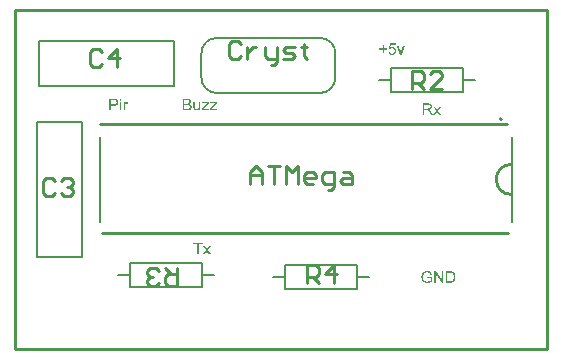
<source format=gbr>
G04*
G04 #@! TF.GenerationSoftware,Altium Limited,Altium Designer,22.4.2 (48)*
G04*
G04 Layer_Color=65535*
%FSLAX44Y44*%
%MOMM*%
G71*
G04*
G04 #@! TF.SameCoordinates,BDD24D00-A3F0-4FE7-AA0F-EC7639B0A0CE*
G04*
G04*
G04 #@! TF.FilePolarity,Positive*
G04*
G01*
G75*
%ADD10C,0.2540*%
%ADD11C,0.1270*%
%ADD12C,0.2000*%
G36*
X156943Y202085D02*
X155872D01*
Y203114D01*
X155858Y203100D01*
X155829Y203058D01*
X155787Y203001D01*
X155717Y202931D01*
X155632Y202846D01*
X155534Y202733D01*
X155421Y202635D01*
X155280Y202522D01*
X155125Y202409D01*
X154956Y202311D01*
X154772Y202212D01*
X154575Y202113D01*
X154349Y202043D01*
X154124Y201986D01*
X153870Y201944D01*
X153616Y201930D01*
X153518D01*
X153391Y201944D01*
X153236Y201958D01*
X153052Y201986D01*
X152855Y202029D01*
X152658Y202085D01*
X152446Y202170D01*
X152418Y202184D01*
X152362Y202212D01*
X152263Y202268D01*
X152150Y202339D01*
X152009Y202423D01*
X151882Y202522D01*
X151756Y202635D01*
X151643Y202762D01*
X151629Y202776D01*
X151600Y202832D01*
X151558Y202903D01*
X151502Y203015D01*
X151431Y203142D01*
X151375Y203297D01*
X151319Y203467D01*
X151276Y203650D01*
Y203664D01*
X151262Y203720D01*
X151248Y203805D01*
Y203918D01*
X151234Y204087D01*
X151220Y204270D01*
X151206Y204510D01*
Y204778D01*
Y209162D01*
X152404D01*
Y205229D01*
Y205215D01*
Y205186D01*
Y205144D01*
Y205074D01*
Y204919D01*
X152418Y204721D01*
Y204510D01*
X152432Y204298D01*
X152446Y204115D01*
X152474Y203960D01*
Y203946D01*
X152503Y203890D01*
X152531Y203805D01*
X152573Y203692D01*
X152644Y203579D01*
X152728Y203452D01*
X152827Y203340D01*
X152954Y203227D01*
X152968Y203213D01*
X153024Y203185D01*
X153095Y203142D01*
X153208Y203100D01*
X153334Y203044D01*
X153489Y203001D01*
X153659Y202973D01*
X153856Y202959D01*
X153955D01*
X154053Y202973D01*
X154180Y202987D01*
X154335Y203030D01*
X154504Y203072D01*
X154688Y203142D01*
X154871Y203227D01*
X154899Y203241D01*
X154956Y203283D01*
X155040Y203340D01*
X155139Y203424D01*
X155252Y203537D01*
X155364Y203664D01*
X155463Y203805D01*
X155548Y203974D01*
X155562Y204002D01*
X155576Y204059D01*
X155604Y204171D01*
X155646Y204326D01*
X155688Y204524D01*
X155717Y204764D01*
X155731Y205045D01*
X155745Y205370D01*
Y209162D01*
X156943D01*
Y202085D01*
D02*
G37*
G36*
X171040Y208358D02*
X167206Y203875D01*
X166459Y203044D01*
X166543D01*
X166600Y203058D01*
X166755Y203072D01*
X166952Y203086D01*
X167192D01*
X167445Y203100D01*
X167981Y203114D01*
X171252D01*
Y202085D01*
X164993D01*
Y203044D01*
X169489Y208231D01*
X169363D01*
X169222Y208217D01*
X169038D01*
X168827Y208203D01*
X168601D01*
X168362Y208189D01*
X165260D01*
Y209162D01*
X171040D01*
Y208358D01*
D02*
G37*
G36*
X164217D02*
X160383Y203875D01*
X159636Y203044D01*
X159720D01*
X159777Y203058D01*
X159932Y203072D01*
X160129Y203086D01*
X160369D01*
X160623Y203100D01*
X161158Y203114D01*
X164429D01*
Y202085D01*
X158170D01*
Y203044D01*
X162667Y208231D01*
X162540D01*
X162399Y208217D01*
X162215D01*
X162004Y208203D01*
X161778D01*
X161539Y208189D01*
X158438D01*
Y209162D01*
X164217D01*
Y208358D01*
D02*
G37*
G36*
X146173Y211826D02*
X146286D01*
X146540Y211798D01*
X146821Y211770D01*
X147118Y211713D01*
X147414Y211643D01*
X147681Y211544D01*
X147696D01*
X147710Y211530D01*
X147794Y211488D01*
X147921Y211417D01*
X148062Y211319D01*
X148231Y211192D01*
X148414Y211037D01*
X148584Y210839D01*
X148739Y210628D01*
X148753Y210600D01*
X148795Y210515D01*
X148866Y210402D01*
X148936Y210233D01*
X149007Y210036D01*
X149077Y209824D01*
X149119Y209585D01*
X149133Y209345D01*
Y209317D01*
Y209246D01*
X149119Y209119D01*
X149091Y208964D01*
X149049Y208781D01*
X148978Y208584D01*
X148894Y208386D01*
X148781Y208175D01*
X148767Y208147D01*
X148725Y208090D01*
X148640Y207978D01*
X148527Y207865D01*
X148386Y207724D01*
X148217Y207569D01*
X148006Y207428D01*
X147766Y207287D01*
X147780D01*
X147808Y207273D01*
X147851Y207259D01*
X147907Y207230D01*
X148076Y207174D01*
X148273Y207075D01*
X148485Y206949D01*
X148725Y206793D01*
X148936Y206610D01*
X149133Y206385D01*
X149148Y206357D01*
X149204Y206272D01*
X149289Y206145D01*
X149373Y205976D01*
X149458Y205750D01*
X149542Y205511D01*
X149599Y205229D01*
X149613Y204919D01*
Y204904D01*
Y204890D01*
Y204806D01*
X149599Y204665D01*
X149570Y204496D01*
X149542Y204298D01*
X149486Y204087D01*
X149415Y203861D01*
X149317Y203636D01*
X149303Y203608D01*
X149260Y203537D01*
X149204Y203438D01*
X149119Y203297D01*
X149007Y203156D01*
X148894Y203001D01*
X148753Y202846D01*
X148598Y202719D01*
X148584Y202705D01*
X148527Y202663D01*
X148429Y202607D01*
X148302Y202550D01*
X148147Y202466D01*
X147963Y202381D01*
X147766Y202311D01*
X147526Y202240D01*
X147498D01*
X147414Y202212D01*
X147273Y202198D01*
X147089Y202170D01*
X146864Y202141D01*
X146596Y202113D01*
X146300Y202099D01*
X145962Y202085D01*
X142240D01*
Y211840D01*
X146074D01*
X146173Y211826D01*
D02*
G37*
G36*
X90146Y210318D02*
X88947D01*
Y211685D01*
X90146D01*
Y210318D01*
D02*
G37*
G36*
X94798Y209148D02*
X94953Y209119D01*
X95136Y209063D01*
X95333Y208993D01*
X95559Y208894D01*
X95799Y208767D01*
X95362Y207668D01*
X95347Y207682D01*
X95291Y207710D01*
X95207Y207752D01*
X95094Y207794D01*
X94967Y207837D01*
X94812Y207879D01*
X94657Y207907D01*
X94502Y207921D01*
X94431D01*
X94361Y207907D01*
X94262Y207893D01*
X94163Y207865D01*
X94037Y207822D01*
X93910Y207766D01*
X93797Y207682D01*
X93783Y207668D01*
X93741Y207639D01*
X93698Y207583D01*
X93628Y207512D01*
X93557Y207414D01*
X93487Y207301D01*
X93416Y207174D01*
X93360Y207019D01*
X93346Y206991D01*
X93332Y206906D01*
X93303Y206779D01*
X93261Y206610D01*
X93219Y206399D01*
X93191Y206159D01*
X93177Y205905D01*
X93162Y205623D01*
Y201930D01*
X91964D01*
Y209007D01*
X93050D01*
Y207935D01*
X93064Y207949D01*
X93120Y208048D01*
X93191Y208175D01*
X93303Y208330D01*
X93416Y208485D01*
X93543Y208654D01*
X93670Y208795D01*
X93797Y208908D01*
X93811Y208922D01*
X93853Y208950D01*
X93938Y208993D01*
X94022Y209035D01*
X94135Y209077D01*
X94276Y209119D01*
X94417Y209148D01*
X94572Y209162D01*
X94671D01*
X94798Y209148D01*
D02*
G37*
G36*
X90146Y201930D02*
X88947D01*
Y209007D01*
X90146D01*
Y201930D01*
D02*
G37*
G36*
X84225Y211671D02*
X84465Y211657D01*
X84718Y211643D01*
X84958Y211615D01*
X85169Y211586D01*
X85198D01*
X85296Y211558D01*
X85423Y211530D01*
X85592Y211488D01*
X85776Y211417D01*
X85973Y211333D01*
X86185Y211234D01*
X86368Y211121D01*
X86396Y211107D01*
X86452Y211065D01*
X86537Y210980D01*
X86650Y210882D01*
X86777Y210755D01*
X86903Y210586D01*
X87044Y210402D01*
X87157Y210191D01*
X87171Y210163D01*
X87199Y210092D01*
X87256Y209965D01*
X87312Y209796D01*
X87354Y209599D01*
X87411Y209373D01*
X87439Y209119D01*
X87453Y208852D01*
Y208838D01*
Y208795D01*
Y208739D01*
X87439Y208640D01*
X87425Y208542D01*
X87411Y208415D01*
X87383Y208274D01*
X87354Y208119D01*
X87256Y207794D01*
X87199Y207625D01*
X87115Y207442D01*
X87016Y207259D01*
X86917Y207090D01*
X86791Y206920D01*
X86650Y206751D01*
X86636Y206737D01*
X86607Y206709D01*
X86565Y206667D01*
X86495Y206624D01*
X86410Y206554D01*
X86297Y206483D01*
X86156Y206399D01*
X86001Y206328D01*
X85818Y206244D01*
X85606Y206159D01*
X85381Y206089D01*
X85113Y206032D01*
X84831Y205976D01*
X84521Y205933D01*
X84169Y205905D01*
X83802Y205891D01*
X81307D01*
Y201930D01*
X80010D01*
Y211685D01*
X84014D01*
X84225Y211671D01*
D02*
G37*
G36*
X349315Y65959D02*
X349428D01*
X349696Y65931D01*
X349992Y65889D01*
X350302Y65818D01*
X350640Y65734D01*
X350965Y65621D01*
X350979D01*
X351007Y65607D01*
X351049Y65593D01*
X351106Y65565D01*
X351261Y65480D01*
X351458Y65381D01*
X351670Y65240D01*
X351895Y65071D01*
X352107Y64888D01*
X352304Y64662D01*
X352332Y64634D01*
X352389Y64550D01*
X352473Y64423D01*
X352586Y64240D01*
X352699Y64014D01*
X352826Y63732D01*
X352952Y63422D01*
X353051Y63070D01*
X351881Y62759D01*
Y62773D01*
X351867Y62787D01*
X351853Y62830D01*
X351839Y62886D01*
X351796Y63013D01*
X351740Y63182D01*
X351656Y63380D01*
X351557Y63563D01*
X351458Y63760D01*
X351331Y63929D01*
X351317Y63944D01*
X351275Y64000D01*
X351190Y64070D01*
X351092Y64169D01*
X350965Y64282D01*
X350796Y64395D01*
X350612Y64507D01*
X350401Y64606D01*
X350373Y64620D01*
X350302Y64648D01*
X350175Y64691D01*
X350006Y64747D01*
X349809Y64789D01*
X349583Y64832D01*
X349329Y64860D01*
X349062Y64874D01*
X348907D01*
X348836Y64860D01*
X348751D01*
X348540Y64846D01*
X348300Y64803D01*
X348033Y64761D01*
X347779Y64691D01*
X347525Y64592D01*
X347497Y64578D01*
X347412Y64550D01*
X347299Y64479D01*
X347159Y64409D01*
X346989Y64296D01*
X346806Y64183D01*
X346637Y64042D01*
X346482Y63887D01*
X346468Y63873D01*
X346411Y63817D01*
X346341Y63718D01*
X346256Y63605D01*
X346158Y63464D01*
X346059Y63295D01*
X345960Y63112D01*
X345862Y62914D01*
Y62900D01*
X345848Y62872D01*
X345833Y62830D01*
X345805Y62759D01*
X345777Y62675D01*
X345749Y62576D01*
X345707Y62463D01*
X345678Y62336D01*
X345608Y62040D01*
X345551Y61702D01*
X345509Y61350D01*
X345495Y60955D01*
Y60941D01*
Y60898D01*
Y60828D01*
X345509Y60743D01*
Y60631D01*
X345523Y60490D01*
X345537Y60349D01*
X345551Y60194D01*
X345608Y59841D01*
X345678Y59475D01*
X345791Y59108D01*
X345932Y58756D01*
Y58742D01*
X345960Y58713D01*
X345974Y58671D01*
X346017Y58615D01*
X346115Y58460D01*
X346270Y58262D01*
X346454Y58051D01*
X346679Y57839D01*
X346947Y57642D01*
X347243Y57459D01*
X347257D01*
X347285Y57445D01*
X347328Y57417D01*
X347398Y57388D01*
X347469Y57360D01*
X347567Y57332D01*
X347793Y57247D01*
X348075Y57177D01*
X348385Y57106D01*
X348723Y57050D01*
X349076Y57036D01*
X349217D01*
X349301Y57050D01*
X349386D01*
X349597Y57078D01*
X349851Y57106D01*
X350119Y57163D01*
X350415Y57247D01*
X350711Y57346D01*
X350725D01*
X350753Y57360D01*
X350782Y57374D01*
X350838Y57403D01*
X350993Y57473D01*
X351162Y57558D01*
X351359Y57656D01*
X351571Y57769D01*
X351768Y57896D01*
X351937Y58037D01*
Y59869D01*
X349062D01*
Y61025D01*
X353206D01*
Y57403D01*
X353192Y57388D01*
X353164Y57374D01*
X353107Y57332D01*
X353037Y57276D01*
X352952Y57219D01*
X352854Y57149D01*
X352727Y57064D01*
X352600Y56980D01*
X352304Y56796D01*
X351966Y56599D01*
X351613Y56416D01*
X351233Y56261D01*
X351218D01*
X351190Y56247D01*
X351134Y56232D01*
X351063Y56204D01*
X350965Y56176D01*
X350852Y56134D01*
X350725Y56106D01*
X350598Y56077D01*
X350288Y56007D01*
X349936Y55936D01*
X349555Y55894D01*
X349160Y55880D01*
X349019D01*
X348921Y55894D01*
X348794D01*
X348639Y55908D01*
X348470Y55936D01*
X348286Y55950D01*
X347878Y56035D01*
X347440Y56134D01*
X346989Y56289D01*
X346764Y56373D01*
X346538Y56486D01*
X346524Y56500D01*
X346482Y56514D01*
X346426Y56557D01*
X346341Y56599D01*
X346242Y56669D01*
X346144Y56740D01*
X345876Y56937D01*
X345594Y57191D01*
X345298Y57501D01*
X345016Y57854D01*
X344762Y58262D01*
Y58277D01*
X344734Y58319D01*
X344706Y58375D01*
X344663Y58474D01*
X344621Y58573D01*
X344579Y58713D01*
X344522Y58854D01*
X344466Y59024D01*
X344410Y59207D01*
X344353Y59418D01*
X344311Y59630D01*
X344269Y59855D01*
X344198Y60349D01*
X344170Y60870D01*
Y60884D01*
Y60941D01*
Y61011D01*
X344184Y61110D01*
Y61237D01*
X344198Y61392D01*
X344226Y61547D01*
X344240Y61730D01*
X344283Y61928D01*
X344311Y62139D01*
X344424Y62590D01*
X344565Y63055D01*
X344762Y63521D01*
X344776Y63535D01*
X344790Y63577D01*
X344818Y63633D01*
X344875Y63718D01*
X344931Y63831D01*
X345002Y63944D01*
X345199Y64211D01*
X345439Y64521D01*
X345735Y64818D01*
X346073Y65114D01*
X346270Y65240D01*
X346468Y65367D01*
X346482Y65381D01*
X346524Y65395D01*
X346581Y65424D01*
X346665Y65466D01*
X346778Y65508D01*
X346905Y65565D01*
X347046Y65621D01*
X347215Y65677D01*
X347398Y65734D01*
X347596Y65776D01*
X347807Y65833D01*
X348033Y65875D01*
X348526Y65945D01*
X348780Y65974D01*
X349231D01*
X349315Y65959D01*
D02*
G37*
G36*
X362778Y56049D02*
X361439D01*
X356336Y63704D01*
Y56049D01*
X355095D01*
Y65804D01*
X356420D01*
X361538Y58135D01*
Y65804D01*
X362778D01*
Y56049D01*
D02*
G37*
G36*
X368952Y65790D02*
X369235Y65776D01*
X369516Y65748D01*
X369798Y65706D01*
X370038Y65663D01*
X370052D01*
X370080Y65649D01*
X370123D01*
X370179Y65621D01*
X370334Y65579D01*
X370531Y65508D01*
X370757Y65410D01*
X370997Y65283D01*
X371236Y65142D01*
X371462Y64959D01*
X371476Y64944D01*
X371490Y64930D01*
X371532Y64888D01*
X371589Y64846D01*
X371730Y64705D01*
X371899Y64507D01*
X372082Y64268D01*
X372279Y63986D01*
X372463Y63661D01*
X372618Y63295D01*
Y63281D01*
X372632Y63253D01*
X372660Y63196D01*
X372674Y63112D01*
X372716Y63013D01*
X372745Y62900D01*
X372773Y62773D01*
X372815Y62618D01*
X372857Y62463D01*
X372886Y62280D01*
X372956Y61885D01*
X372998Y61448D01*
X373013Y60969D01*
Y60955D01*
Y60927D01*
Y60856D01*
Y60786D01*
X372998Y60687D01*
Y60574D01*
X372984Y60307D01*
X372942Y59996D01*
X372900Y59672D01*
X372829Y59334D01*
X372745Y58995D01*
Y58981D01*
X372730Y58953D01*
X372716Y58911D01*
X372702Y58854D01*
X372646Y58699D01*
X372561Y58502D01*
X372477Y58277D01*
X372364Y58051D01*
X372223Y57811D01*
X372082Y57586D01*
X372068Y57558D01*
X372012Y57487D01*
X371927Y57388D01*
X371814Y57262D01*
X371687Y57120D01*
X371532Y56980D01*
X371377Y56824D01*
X371194Y56698D01*
X371166Y56684D01*
X371109Y56641D01*
X371011Y56585D01*
X370870Y56514D01*
X370701Y56430D01*
X370503Y56359D01*
X370278Y56275D01*
X370024Y56204D01*
X369996D01*
X369953Y56190D01*
X369911Y56176D01*
X369770Y56162D01*
X369573Y56134D01*
X369347Y56106D01*
X369079Y56077D01*
X368783Y56063D01*
X368459Y56049D01*
X364949D01*
Y65804D01*
X368699D01*
X368952Y65790D01*
D02*
G37*
G36*
X163267Y83675D02*
X165847Y80010D01*
X164381D01*
X162915Y82195D01*
X162577Y82717D01*
X160674Y80010D01*
X159222D01*
X161801Y83675D01*
X159419Y87087D01*
X160885D01*
X161999Y85409D01*
X162013Y85395D01*
X162055Y85339D01*
X162112Y85240D01*
X162182Y85141D01*
X162253Y85014D01*
X162337Y84888D01*
X162422Y84761D01*
X162492Y84634D01*
X162506Y84648D01*
X162549Y84704D01*
X162605Y84789D01*
X162675Y84888D01*
X162760Y85014D01*
X162845Y85141D01*
X163028Y85409D01*
X164226Y87087D01*
X165678D01*
X163267Y83675D01*
D02*
G37*
G36*
X158855Y88609D02*
X155641D01*
Y80010D01*
X154344D01*
Y88609D01*
X151130D01*
Y89765D01*
X158855D01*
Y88609D01*
D02*
G37*
G36*
X358339Y201785D02*
X360919Y198120D01*
X359452D01*
X357986Y200305D01*
X357648Y200827D01*
X355745Y198120D01*
X354293D01*
X356873Y201785D01*
X354490Y205197D01*
X355956D01*
X357070Y203519D01*
X357084Y203505D01*
X357126Y203449D01*
X357183Y203350D01*
X357253Y203251D01*
X357324Y203124D01*
X357408Y202998D01*
X357493Y202871D01*
X357563Y202744D01*
X357578Y202758D01*
X357620Y202814D01*
X357676Y202899D01*
X357747Y202998D01*
X357831Y203124D01*
X357916Y203251D01*
X358099Y203519D01*
X359297Y205197D01*
X360749D01*
X358339Y201785D01*
D02*
G37*
G36*
X350078Y207861D02*
X350205D01*
X350501Y207847D01*
X350811Y207805D01*
X351149Y207762D01*
X351459Y207692D01*
X351614Y207650D01*
X351741Y207607D01*
X351755D01*
X351770Y207593D01*
X351854Y207551D01*
X351981Y207495D01*
X352136Y207396D01*
X352305Y207269D01*
X352489Y207100D01*
X352658Y206902D01*
X352827Y206677D01*
Y206663D01*
X352841Y206649D01*
X352897Y206564D01*
X352954Y206423D01*
X353038Y206240D01*
X353109Y206028D01*
X353179Y205775D01*
X353222Y205507D01*
X353236Y205211D01*
Y205197D01*
Y205168D01*
Y205112D01*
X353222Y205042D01*
Y204943D01*
X353207Y204844D01*
X353151Y204605D01*
X353066Y204323D01*
X352954Y204027D01*
X352785Y203731D01*
X352672Y203590D01*
X352559Y203449D01*
X352545Y203435D01*
X352531Y203421D01*
X352489Y203378D01*
X352432Y203336D01*
X352362Y203279D01*
X352277Y203223D01*
X352164Y203153D01*
X352052Y203068D01*
X351911Y202998D01*
X351755Y202927D01*
X351586Y202843D01*
X351403Y202772D01*
X351192Y202716D01*
X350980Y202645D01*
X350741Y202603D01*
X350487Y202561D01*
X350515Y202547D01*
X350571Y202518D01*
X350656Y202462D01*
X350769Y202405D01*
X351022Y202250D01*
X351149Y202152D01*
X351262Y202067D01*
X351290Y202039D01*
X351361Y201968D01*
X351474Y201856D01*
X351614Y201715D01*
X351770Y201517D01*
X351953Y201306D01*
X352136Y201052D01*
X352333Y200770D01*
X354011Y198120D01*
X352404D01*
X351121Y200150D01*
Y200164D01*
X351093Y200192D01*
X351065Y200235D01*
X351022Y200291D01*
X350924Y200446D01*
X350797Y200643D01*
X350642Y200855D01*
X350487Y201080D01*
X350332Y201292D01*
X350191Y201489D01*
X350177Y201503D01*
X350134Y201560D01*
X350064Y201644D01*
X349965Y201743D01*
X349754Y201954D01*
X349641Y202053D01*
X349528Y202138D01*
X349514Y202152D01*
X349486Y202166D01*
X349430Y202194D01*
X349345Y202236D01*
X349260Y202279D01*
X349162Y202321D01*
X348936Y202391D01*
X348922D01*
X348894Y202405D01*
X348837D01*
X348767Y202420D01*
X348668Y202434D01*
X348555D01*
X348400Y202448D01*
X346737D01*
Y198120D01*
X345440D01*
Y207875D01*
X349965D01*
X350078Y207861D01*
D02*
G37*
G36*
X312388Y254460D02*
X315038D01*
Y253347D01*
X312388D01*
Y250668D01*
X311260D01*
Y253347D01*
X308610D01*
Y254460D01*
X311260D01*
Y257110D01*
X312388D01*
Y254460D01*
D02*
G37*
G36*
X327373Y249089D02*
X326231D01*
X323567Y256166D01*
X324836D01*
X326358Y251923D01*
Y251909D01*
X326372Y251894D01*
X326386Y251852D01*
X326400Y251810D01*
X326443Y251669D01*
X326499Y251486D01*
X326570Y251274D01*
X326654Y251035D01*
X326725Y250767D01*
X326809Y250499D01*
X326823Y250527D01*
X326837Y250597D01*
X326880Y250710D01*
X326922Y250879D01*
X326992Y251063D01*
X327063Y251302D01*
X327162Y251556D01*
X327260Y251838D01*
X328825Y256166D01*
X330066D01*
X327373Y249089D01*
D02*
G37*
G36*
X322397Y257576D02*
X318492D01*
X317970Y254939D01*
X317985Y254953D01*
X318013Y254968D01*
X318055Y254996D01*
X318125Y255038D01*
X318210Y255080D01*
X318309Y255137D01*
X318534Y255250D01*
X318816Y255362D01*
X319126Y255461D01*
X319465Y255532D01*
X319634Y255560D01*
X319944D01*
X320029Y255546D01*
X320141Y255532D01*
X320268Y255517D01*
X320409Y255489D01*
X320564Y255447D01*
X320903Y255348D01*
X321086Y255278D01*
X321269Y255179D01*
X321452Y255080D01*
X321636Y254968D01*
X321805Y254827D01*
X321974Y254672D01*
X321988Y254657D01*
X322016Y254629D01*
X322058Y254587D01*
X322115Y254517D01*
X322185Y254418D01*
X322256Y254319D01*
X322341Y254192D01*
X322425Y254051D01*
X322495Y253896D01*
X322580Y253727D01*
X322651Y253530D01*
X322721Y253332D01*
X322777Y253121D01*
X322820Y252881D01*
X322848Y252642D01*
X322862Y252388D01*
Y252374D01*
Y252332D01*
Y252261D01*
X322848Y252162D01*
X322834Y252050D01*
X322820Y251923D01*
X322792Y251768D01*
X322763Y251612D01*
X322679Y251246D01*
X322538Y250865D01*
X322453Y250668D01*
X322341Y250485D01*
X322228Y250287D01*
X322087Y250104D01*
X322073Y250090D01*
X322044Y250048D01*
X321988Y249991D01*
X321918Y249921D01*
X321819Y249836D01*
X321706Y249723D01*
X321565Y249625D01*
X321410Y249512D01*
X321241Y249399D01*
X321044Y249301D01*
X320832Y249202D01*
X320606Y249103D01*
X320367Y249033D01*
X320099Y248976D01*
X319817Y248934D01*
X319521Y248920D01*
X319394D01*
X319296Y248934D01*
X319183Y248948D01*
X319056Y248962D01*
X318901Y248976D01*
X318746Y249019D01*
X318393Y249103D01*
X318041Y249230D01*
X317858Y249315D01*
X317674Y249413D01*
X317505Y249526D01*
X317336Y249653D01*
X317322Y249667D01*
X317294Y249681D01*
X317266Y249738D01*
X317209Y249794D01*
X317139Y249865D01*
X317068Y249949D01*
X316984Y250062D01*
X316913Y250189D01*
X316829Y250316D01*
X316744Y250471D01*
X316589Y250809D01*
X316462Y251204D01*
X316420Y251415D01*
X316392Y251641D01*
X317646Y251739D01*
Y251725D01*
Y251697D01*
X317660Y251655D01*
X317674Y251584D01*
X317717Y251429D01*
X317773Y251218D01*
X317858Y251006D01*
X317970Y250767D01*
X318111Y250555D01*
X318281Y250358D01*
X318309Y250344D01*
X318365Y250287D01*
X318478Y250217D01*
X318633Y250132D01*
X318802Y250048D01*
X319014Y249977D01*
X319253Y249921D01*
X319521Y249907D01*
X319606D01*
X319662Y249921D01*
X319831Y249935D01*
X320029Y249991D01*
X320268Y250062D01*
X320508Y250175D01*
X320762Y250344D01*
X320874Y250443D01*
X320987Y250555D01*
X321001Y250569D01*
X321015Y250583D01*
X321044Y250626D01*
X321086Y250668D01*
X321185Y250823D01*
X321297Y251021D01*
X321396Y251260D01*
X321495Y251556D01*
X321565Y251909D01*
X321593Y252092D01*
Y252289D01*
Y252303D01*
Y252332D01*
Y252388D01*
X321579Y252458D01*
Y252543D01*
X321565Y252642D01*
X321523Y252867D01*
X321452Y253135D01*
X321354Y253403D01*
X321213Y253657D01*
X321015Y253896D01*
Y253910D01*
X320987Y253924D01*
X320917Y253995D01*
X320790Y254094D01*
X320621Y254206D01*
X320395Y254305D01*
X320141Y254404D01*
X319845Y254474D01*
X319676Y254502D01*
X319408D01*
X319296Y254488D01*
X319155Y254474D01*
X318985Y254432D01*
X318816Y254390D01*
X318633Y254319D01*
X318450Y254235D01*
X318436Y254221D01*
X318379Y254192D01*
X318295Y254122D01*
X318182Y254051D01*
X318069Y253953D01*
X317956Y253826D01*
X317829Y253699D01*
X317731Y253544D01*
X316603Y253699D01*
X317547Y258717D01*
X322397D01*
Y257576D01*
D02*
G37*
%LPC*%
G36*
X145849Y210684D02*
X143537D01*
Y207752D01*
X145933D01*
X146117Y207766D01*
X146314Y207780D01*
X146511Y207794D01*
X146709Y207822D01*
X146864Y207851D01*
X146892Y207865D01*
X146948Y207879D01*
X147033Y207921D01*
X147146Y207978D01*
X147259Y208034D01*
X147385Y208119D01*
X147512Y208231D01*
X147611Y208344D01*
X147625Y208358D01*
X147653Y208400D01*
X147696Y208485D01*
X147738Y208584D01*
X147780Y208697D01*
X147822Y208838D01*
X147851Y209007D01*
X147865Y209190D01*
Y209218D01*
Y209275D01*
X147851Y209359D01*
X147837Y209472D01*
X147808Y209613D01*
X147766Y209754D01*
X147710Y209895D01*
X147625Y210036D01*
X147611Y210050D01*
X147583Y210092D01*
X147526Y210163D01*
X147456Y210233D01*
X147357Y210318D01*
X147244Y210402D01*
X147104Y210487D01*
X146948Y210543D01*
X146934D01*
X146864Y210571D01*
X146765Y210586D01*
X146610Y210614D01*
X146399Y210642D01*
X146159Y210656D01*
X145849Y210684D01*
D02*
G37*
G36*
X146103Y206596D02*
X143537D01*
Y203241D01*
X146314D01*
X146610Y203255D01*
X146737Y203269D01*
X146850Y203283D01*
X146864D01*
X146920Y203297D01*
X147005Y203312D01*
X147104Y203340D01*
X147343Y203424D01*
X147583Y203537D01*
X147597Y203551D01*
X147639Y203579D01*
X147696Y203622D01*
X147766Y203678D01*
X147837Y203763D01*
X147935Y203847D01*
X148006Y203960D01*
X148090Y204087D01*
X148104Y204101D01*
X148118Y204143D01*
X148147Y204228D01*
X148189Y204326D01*
X148231Y204439D01*
X148259Y204580D01*
X148273Y204749D01*
X148288Y204919D01*
Y204947D01*
Y205003D01*
X148273Y205116D01*
X148245Y205243D01*
X148217Y205384D01*
X148161Y205539D01*
X148090Y205694D01*
X147992Y205849D01*
X147978Y205863D01*
X147935Y205919D01*
X147879Y205990D01*
X147794Y206075D01*
X147681Y206173D01*
X147541Y206272D01*
X147385Y206357D01*
X147202Y206427D01*
X147174Y206441D01*
X147118Y206455D01*
X146991Y206483D01*
X146836Y206511D01*
X146638Y206540D01*
X146399Y206568D01*
X146103Y206596D01*
D02*
G37*
G36*
X84098Y210529D02*
X81307D01*
Y207047D01*
X83929D01*
X84028Y207061D01*
X84126D01*
X84239Y207075D01*
X84507Y207104D01*
X84803Y207160D01*
X85099Y207245D01*
X85367Y207357D01*
X85494Y207428D01*
X85592Y207512D01*
X85621Y207541D01*
X85677Y207597D01*
X85762Y207710D01*
X85860Y207851D01*
X85959Y208034D01*
X86044Y208260D01*
X86100Y208513D01*
X86128Y208809D01*
Y208823D01*
Y208838D01*
Y208908D01*
X86114Y209035D01*
X86086Y209176D01*
X86058Y209331D01*
X86001Y209514D01*
X85917Y209683D01*
X85818Y209853D01*
X85804Y209867D01*
X85762Y209923D01*
X85691Y209993D01*
X85606Y210092D01*
X85480Y210191D01*
X85339Y210275D01*
X85184Y210360D01*
X85000Y210431D01*
X84986D01*
X84930Y210445D01*
X84845Y210459D01*
X84733Y210487D01*
X84563Y210501D01*
X84352Y210515D01*
X84098Y210529D01*
D02*
G37*
G36*
X368501Y64648D02*
X366246D01*
Y57205D01*
X368558D01*
X368657Y57219D01*
X368868Y57233D01*
X369108Y57247D01*
X369361Y57276D01*
X369615Y57318D01*
X369827Y57374D01*
X369855Y57388D01*
X369925Y57403D01*
X370024Y57445D01*
X370151Y57501D01*
X370292Y57586D01*
X370433Y57670D01*
X370574Y57769D01*
X370715Y57882D01*
X370729Y57910D01*
X370785Y57966D01*
X370870Y58065D01*
X370968Y58206D01*
X371081Y58389D01*
X371208Y58601D01*
X371321Y58840D01*
X371419Y59108D01*
Y59122D01*
X371434Y59151D01*
X371448Y59193D01*
X371462Y59249D01*
X371476Y59320D01*
X371504Y59418D01*
X371532Y59517D01*
X371561Y59630D01*
X371603Y59912D01*
X371645Y60236D01*
X371673Y60602D01*
X371687Y60997D01*
Y61011D01*
Y61068D01*
Y61138D01*
X371673Y61251D01*
Y61378D01*
X371659Y61519D01*
X371645Y61688D01*
X371631Y61857D01*
X371561Y62238D01*
X371476Y62632D01*
X371349Y62999D01*
X371264Y63182D01*
X371180Y63337D01*
Y63351D01*
X371152Y63380D01*
X371124Y63422D01*
X371095Y63478D01*
X370983Y63619D01*
X370841Y63788D01*
X370658Y63972D01*
X370447Y64155D01*
X370207Y64310D01*
X369953Y64437D01*
X369925Y64451D01*
X369855Y64465D01*
X369728Y64507D01*
X369545Y64550D01*
X369319Y64578D01*
X369037Y64620D01*
X368868Y64634D01*
X368685D01*
X368501Y64648D01*
D02*
G37*
G36*
X349810Y206790D02*
X346737D01*
Y203561D01*
X349641D01*
X349810Y203575D01*
X350007Y203590D01*
X350233Y203604D01*
X350458Y203632D01*
X350684Y203674D01*
X350881Y203731D01*
X350910Y203745D01*
X350966Y203773D01*
X351051Y203815D01*
X351163Y203872D01*
X351290Y203956D01*
X351417Y204055D01*
X351544Y204182D01*
X351643Y204323D01*
X351657Y204337D01*
X351685Y204393D01*
X351727Y204478D01*
X351784Y204590D01*
X351826Y204717D01*
X351868Y204858D01*
X351896Y205028D01*
X351911Y205197D01*
Y205211D01*
Y205225D01*
X351896Y205310D01*
X351882Y205436D01*
X351854Y205606D01*
X351784Y205775D01*
X351699Y205972D01*
X351572Y206155D01*
X351403Y206339D01*
X351375Y206353D01*
X351304Y206409D01*
X351192Y206479D01*
X351008Y206564D01*
X350797Y206649D01*
X350515Y206719D01*
X350191Y206776D01*
X349810Y206790D01*
D02*
G37*
%LPD*%
D10*
X420370Y156273D02*
G03*
X420370Y130747I0J-12763D01*
G01*
X0Y0D02*
X450850D01*
X0Y287020D02*
X450850D01*
Y0D02*
Y287020D01*
X0Y0D02*
Y287020D01*
X73660Y97790D02*
X417830D01*
X72390Y190500D02*
X416560D01*
X247654Y55883D02*
Y71118D01*
X255272D01*
X257811Y68578D01*
Y63500D01*
X255272Y60961D01*
X247654D01*
X252733D02*
X257811Y55883D01*
X270507D02*
Y71118D01*
X262889Y63500D01*
X273046D01*
X137156Y68577D02*
Y53342D01*
X129538D01*
X126999Y55882D01*
Y60960D01*
X129538Y63499D01*
X137156D01*
X132078D02*
X126999Y68577D01*
X121921Y55882D02*
X119382Y53342D01*
X114303D01*
X111764Y55882D01*
Y58421D01*
X114303Y60960D01*
X116842D01*
X114303D01*
X111764Y63499D01*
Y66038D01*
X114303Y68577D01*
X119382D01*
X121921Y66038D01*
X336554Y219713D02*
Y234947D01*
X344172D01*
X346711Y232408D01*
Y227330D01*
X344172Y224791D01*
X336554D01*
X341632D02*
X346711Y219713D01*
X361946D02*
X351789D01*
X361946Y229869D01*
Y232408D01*
X359407Y234947D01*
X354328D01*
X351789Y232408D01*
X191777Y257808D02*
X189238Y260347D01*
X184160D01*
X181621Y257808D01*
Y247651D01*
X184160Y245112D01*
X189238D01*
X191777Y247651D01*
X196856Y255268D02*
Y245112D01*
Y250190D01*
X199395Y252729D01*
X201934Y255268D01*
X204473D01*
X212091D02*
Y247651D01*
X214630Y245112D01*
X222248D01*
Y242572D01*
X219708Y240033D01*
X217169D01*
X222248Y245112D02*
Y255268D01*
X227326Y245112D02*
X234943D01*
X237483Y247651D01*
X234943Y250190D01*
X229865D01*
X227326Y252729D01*
X229865Y255268D01*
X237483D01*
X245100Y257808D02*
Y255268D01*
X242561D01*
X247639D01*
X245100D01*
Y247651D01*
X247639Y245112D01*
X73661Y251458D02*
X71122Y253997D01*
X66043D01*
X63504Y251458D01*
Y241302D01*
X66043Y238762D01*
X71122D01*
X73661Y241302D01*
X86357Y238762D02*
Y253997D01*
X78739Y246380D01*
X88896D01*
X34291Y142238D02*
X31752Y144777D01*
X26673D01*
X24134Y142238D01*
Y132082D01*
X26673Y129543D01*
X31752D01*
X34291Y132082D01*
X39369Y142238D02*
X41908Y144777D01*
X46987D01*
X49526Y142238D01*
Y139699D01*
X46987Y137160D01*
X44447D01*
X46987D01*
X49526Y134621D01*
Y132082D01*
X46987Y129543D01*
X41908D01*
X39369Y132082D01*
X199404Y139702D02*
Y149858D01*
X204482Y154937D01*
X209561Y149858D01*
Y139702D01*
Y147319D01*
X199404D01*
X214639Y154937D02*
X224796D01*
X219717D01*
Y139702D01*
X229874D02*
Y154937D01*
X234953Y149858D01*
X240031Y154937D01*
Y139702D01*
X252727D02*
X247648D01*
X245109Y142241D01*
Y147319D01*
X247648Y149858D01*
X252727D01*
X255266Y147319D01*
Y144780D01*
X245109D01*
X265423Y134623D02*
X267962D01*
X270501Y137163D01*
Y149858D01*
X262883D01*
X260344Y147319D01*
Y142241D01*
X262883Y139702D01*
X270501D01*
X278118Y149858D02*
X283197D01*
X285736Y147319D01*
Y139702D01*
X278118D01*
X275579Y142241D01*
X278118Y144780D01*
X285736D01*
D11*
X271380Y250154D02*
G03*
X258656Y263330I-12950J226D01*
G01*
X170604D02*
G03*
X157880Y250154I226J-12950D01*
G01*
Y229906D02*
G03*
X170604Y216730I12950J-226D01*
G01*
X258656D02*
G03*
X271380Y229906I-226J12950D01*
G01*
X170580Y263330D02*
X258680D01*
X157880Y229930D02*
Y250130D01*
X170580Y216730D02*
X258680D01*
X271380Y229930D02*
Y250130D01*
X71830Y107315D02*
Y179705D01*
X420930Y107315D02*
Y179705D01*
D12*
X412480Y194510D02*
G03*
X412480Y194510I-1000J0D01*
G01*
X379730Y217170D02*
Y237490D01*
X318770Y217170D02*
X379730D01*
X318770D02*
Y237490D01*
X379730D01*
Y227330D02*
X389890D01*
X308610D02*
X318770D01*
X218440Y60960D02*
X228600D01*
X289560D02*
X299720D01*
X228600Y71120D02*
X289560D01*
X228600Y50800D02*
Y71120D01*
Y50800D02*
X289560D01*
Y71120D01*
X20320Y222250D02*
X134620D01*
Y260350D01*
X20320D02*
X134620D01*
X20320Y222250D02*
Y260350D01*
X57150Y77470D02*
Y191770D01*
X19050D02*
X57150D01*
X19050Y77470D02*
Y191770D01*
Y77470D02*
X57150D01*
X87630Y62230D02*
X97790D01*
X158750D02*
X168910D01*
X97790Y72390D02*
X158750D01*
X97790Y52070D02*
Y72390D01*
Y52070D02*
X158750D01*
Y72390D01*
M02*

</source>
